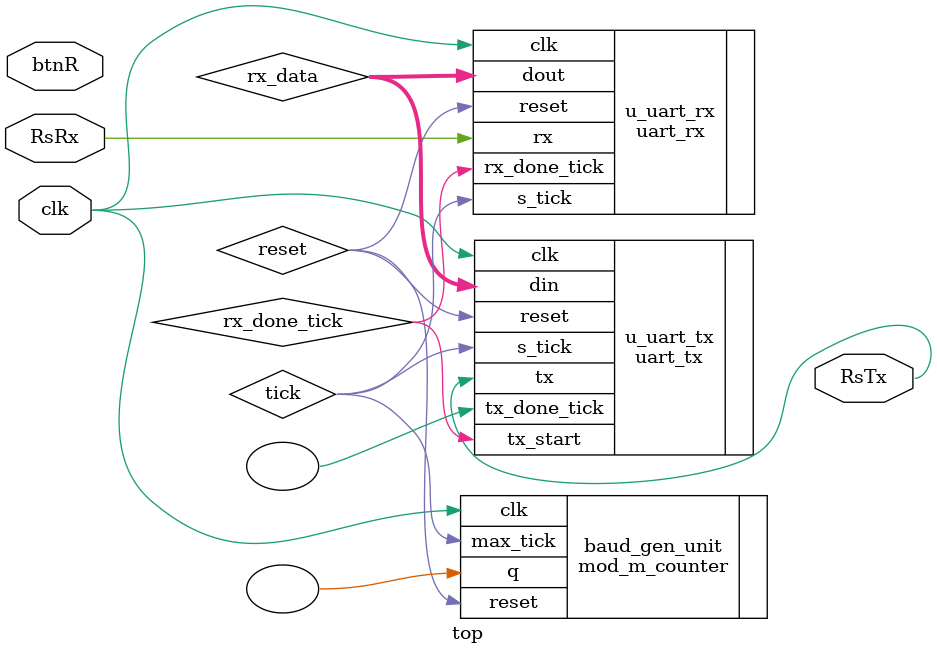
<source format=v>
`timescale 1ns / 1ps


module top(
    input clk,
    input btnR,
    input RsRx,
    output RsTx
    );
    localparam DBIT     = 16;
    localparam SB_TICK  = 16;
    localparam DVSR     = 326;
    localparam DVSR_BIT = 9;
    wire tick;
    wire rx_done_tick;
    wire [7:0] rx_data;
    wire reset;
    //assign reset = btnR;
    /*
    bip u_bip(
        
    );
    
    interface u_interface(
        
    );
    */
    
    uart_rx 
            #(.DBIT(DBIT),
            .SB_TICK(SB_TICK))
        u_uart_rx(
            .rx_done_tick(rx_done_tick),
            .dout(rx_data),
            
            .rx(RsRx),
            .s_tick(tick),
            .clk(clk),
            .reset(reset)
    );
    
    uart_tx 
            #(.DBIT(DBIT),
            .SB_TICK(SB_TICK))
        u_uart_tx(
            .tx(RsTx),
            .tx_done_tick(),
            
            .din(rx_data),
            .tx_start(rx_done_tick),
            .s_tick(tick),
            .clk(clk),
            .reset(reset)
    );
    mod_m_counter 
            #(.M(DVSR),
              .N(DVSR_BIT))
        baud_gen_unit(
            .max_tick(tick),
            .q(),
            
            .clk(clk),
            .reset(reset)
    );
    
endmodule

</source>
